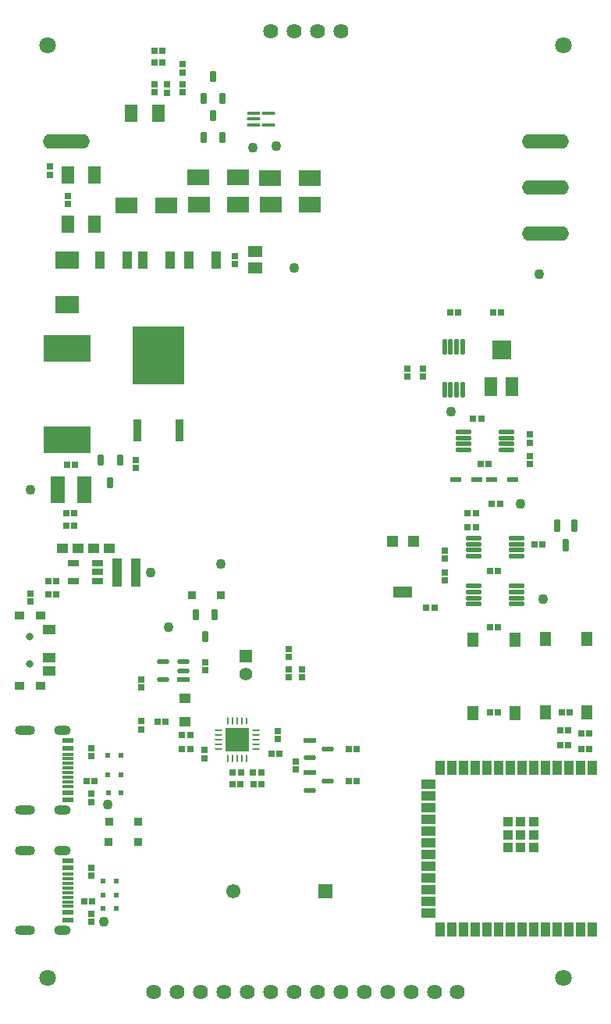
<source format=gts>
G04*
G04 #@! TF.GenerationSoftware,Altium Limited,Altium Designer,25.4.2 (15)*
G04*
G04 Layer_Color=8388736*
%FSLAX44Y44*%
%MOMM*%
G71*
G04*
G04 #@! TF.SameCoordinates,6A8DEE2E-71F6-4429-A04B-94C45BF31DEA*
G04*
G04*
G04 #@! TF.FilePolarity,Negative*
G04*
G01*
G75*
%ADD24R,1.3000X1.5500*%
%ADD27R,1.3383X0.5780*%
G04:AMPARAMS|DCode=28|XSize=1.3383mm|YSize=0.578mm|CornerRadius=0.289mm|HoleSize=0mm|Usage=FLASHONLY|Rotation=180.000|XOffset=0mm|YOffset=0mm|HoleType=Round|Shape=RoundedRectangle|*
%AMROUNDEDRECTD28*
21,1,1.3383,0.0000,0,0,180.0*
21,1,0.7603,0.5780,0,0,180.0*
1,1,0.5780,-0.3802,0.0000*
1,1,0.5780,0.3802,0.0000*
1,1,0.5780,0.3802,0.0000*
1,1,0.5780,-0.3802,0.0000*
%
%ADD28ROUNDEDRECTD28*%
%ADD31R,0.2500X0.8000*%
G04:AMPARAMS|DCode=32|XSize=0.8mm|YSize=0.25mm|CornerRadius=0.125mm|HoleSize=0mm|Usage=FLASHONLY|Rotation=270.000|XOffset=0mm|YOffset=0mm|HoleType=Round|Shape=RoundedRectangle|*
%AMROUNDEDRECTD32*
21,1,0.8000,0.0000,0,0,270.0*
21,1,0.5500,0.2500,0,0,270.0*
1,1,0.2500,0.0000,-0.2750*
1,1,0.2500,0.0000,0.2750*
1,1,0.2500,0.0000,0.2750*
1,1,0.2500,0.0000,-0.2750*
%
%ADD32ROUNDEDRECTD32*%
G04:AMPARAMS|DCode=33|XSize=0.25mm|YSize=0.8mm|CornerRadius=0.125mm|HoleSize=0mm|Usage=FLASHONLY|Rotation=270.000|XOffset=0mm|YOffset=0mm|HoleType=Round|Shape=RoundedRectangle|*
%AMROUNDEDRECTD33*
21,1,0.2500,0.5500,0,0,270.0*
21,1,0.0000,0.8000,0,0,270.0*
1,1,0.2500,-0.2750,0.0000*
1,1,0.2500,-0.2750,0.0000*
1,1,0.2500,0.2750,0.0000*
1,1,0.2500,0.2750,0.0000*
%
%ADD33ROUNDEDRECTD33*%
%ADD34R,2.6000X2.6000*%
%ADD35R,1.2954X1.2954*%
%ADD43R,0.9000X0.9500*%
G04:AMPARAMS|DCode=44|XSize=1.3571mm|YSize=0.5721mm|CornerRadius=0.2861mm|HoleSize=0mm|Usage=FLASHONLY|Rotation=0.000|XOffset=0mm|YOffset=0mm|HoleType=Round|Shape=RoundedRectangle|*
%AMROUNDEDRECTD44*
21,1,1.3571,0.0000,0,0,0.0*
21,1,0.7850,0.5721,0,0,0.0*
1,1,0.5721,0.3925,0.0000*
1,1,0.5721,-0.3925,0.0000*
1,1,0.5721,-0.3925,0.0000*
1,1,0.5721,0.3925,0.0000*
%
%ADD44ROUNDEDRECTD44*%
%ADD45R,1.3571X0.5721*%
%ADD47R,1.2500X1.1000*%
%ADD52R,0.9398X2.4892*%
%ADD53R,5.5626X6.2992*%
G04:AMPARAMS|DCode=57|XSize=1.464mm|YSize=0.3758mm|CornerRadius=0.1879mm|HoleSize=0mm|Usage=FLASHONLY|Rotation=0.000|XOffset=0mm|YOffset=0mm|HoleType=Round|Shape=RoundedRectangle|*
%AMROUNDEDRECTD57*
21,1,1.4640,0.0000,0,0,0.0*
21,1,1.0881,0.3758,0,0,0.0*
1,1,0.3758,0.5441,0.0000*
1,1,0.3758,-0.5441,0.0000*
1,1,0.3758,-0.5441,0.0000*
1,1,0.3758,0.5441,0.0000*
%
%ADD57ROUNDEDRECTD57*%
%ADD58R,1.4640X0.3758*%
%ADD61R,1.1500X0.6000*%
%ADD62R,1.1500X0.3000*%
%ADD63R,0.6416X0.7016*%
%ADD64R,1.0016X1.6016*%
%ADD65R,1.0016X1.0016*%
%ADD66R,1.6016X1.0016*%
%ADD67R,1.3516X1.0016*%
%ADD68R,1.0316X0.9016*%
%ADD69R,0.7016X0.7416*%
%ADD70R,0.7416X0.7016*%
G04:AMPARAMS|DCode=71|XSize=0.5516mm|YSize=1.6516mm|CornerRadius=0.1003mm|HoleSize=0mm|Usage=FLASHONLY|Rotation=0.000|XOffset=0mm|YOffset=0mm|HoleType=Round|Shape=RoundedRectangle|*
%AMROUNDEDRECTD71*
21,1,0.5516,1.4510,0,0,0.0*
21,1,0.3510,1.6516,0,0,0.0*
1,1,0.2006,0.1755,-0.7255*
1,1,0.2006,-0.1755,-0.7255*
1,1,0.2006,-0.1755,0.7255*
1,1,0.2006,0.1755,0.7255*
%
%ADD71ROUNDEDRECTD71*%
%ADD72R,1.2016X1.1016*%
%ADD73R,5.1016X3.0016*%
%ADD74R,2.0066X1.2954*%
%ADD75C,1.1016*%
%ADD76R,1.4016X2.1016*%
%ADD77R,2.1016X2.1016*%
G04:AMPARAMS|DCode=78|XSize=0.5516mm|YSize=1.6516mm|CornerRadius=0.1003mm|HoleSize=0mm|Usage=FLASHONLY|Rotation=270.000|XOffset=0mm|YOffset=0mm|HoleType=Round|Shape=RoundedRectangle|*
%AMROUNDEDRECTD78*
21,1,0.5516,1.4510,0,0,270.0*
21,1,0.3510,1.6516,0,0,270.0*
1,1,0.2006,-0.7255,-0.1755*
1,1,0.2006,-0.7255,0.1755*
1,1,0.2006,0.7255,0.1755*
1,1,0.2006,0.7255,-0.1755*
%
%ADD78ROUNDEDRECTD78*%
%ADD79R,0.7016X0.6416*%
%ADD80R,1.2016X0.6016*%
G04:AMPARAMS|DCode=81|XSize=1.3316mm|YSize=0.7016mm|CornerRadius=0.1258mm|HoleSize=0mm|Usage=FLASHONLY|Rotation=270.000|XOffset=0mm|YOffset=0mm|HoleType=Round|Shape=RoundedRectangle|*
%AMROUNDEDRECTD81*
21,1,1.3316,0.4500,0,0,270.0*
21,1,1.0800,0.7016,0,0,270.0*
1,1,0.2516,-0.2250,-0.5400*
1,1,0.2516,-0.2250,0.5400*
1,1,0.2516,0.2250,0.5400*
1,1,0.2516,0.2250,-0.5400*
%
%ADD81ROUNDEDRECTD81*%
G04:AMPARAMS|DCode=82|XSize=0.7516mm|YSize=1.1016mm|CornerRadius=0.1321mm|HoleSize=0mm|Usage=FLASHONLY|Rotation=0.000|XOffset=0mm|YOffset=0mm|HoleType=Round|Shape=RoundedRectangle|*
%AMROUNDEDRECTD82*
21,1,0.7516,0.8375,0,0,0.0*
21,1,0.4875,1.1016,0,0,0.0*
1,1,0.2641,0.2438,-0.4188*
1,1,0.2641,-0.2438,-0.4188*
1,1,0.2641,-0.2438,0.4188*
1,1,0.2641,0.2438,0.4188*
%
%ADD82ROUNDEDRECTD82*%
%ADD83R,1.1016X3.1016*%
%ADD84R,1.3016X0.7016*%
%ADD85R,1.5516X2.9116*%
%ADD86R,1.5716X1.2616*%
%ADD87R,1.0716X1.8316*%
%ADD88R,2.6416X1.9016*%
%ADD89R,1.4016X1.9016*%
%ADD90R,2.4316X1.6516*%
%ADD91R,0.5016X0.5016*%
%ADD92C,0.8016*%
%ADD93O,5.1016X1.6016*%
%ADD94C,1.6256*%
%ADD95C,1.8016*%
%ADD96C,1.5500*%
%ADD97R,1.5500X1.5500*%
%ADD98R,1.4096X1.4096*%
%ADD99C,1.4096*%
G04:AMPARAMS|DCode=100|XSize=1mm|YSize=1.8mm|CornerRadius=0.5mm|HoleSize=0mm|Usage=FLASHONLY|Rotation=270.000|XOffset=0mm|YOffset=0mm|HoleType=Round|Shape=RoundedRectangle|*
%AMROUNDEDRECTD100*
21,1,1.0000,0.8000,0,0,270.0*
21,1,0.0000,1.8000,0,0,270.0*
1,1,1.0000,-0.4000,0.0000*
1,1,1.0000,-0.4000,0.0000*
1,1,1.0000,0.4000,0.0000*
1,1,1.0000,0.4000,0.0000*
%
%ADD100ROUNDEDRECTD100*%
G04:AMPARAMS|DCode=101|XSize=1mm|YSize=2.2mm|CornerRadius=0.5mm|HoleSize=0mm|Usage=FLASHONLY|Rotation=270.000|XOffset=0mm|YOffset=0mm|HoleType=Round|Shape=RoundedRectangle|*
%AMROUNDEDRECTD101*
21,1,1.0000,1.2000,0,0,270.0*
21,1,0.0000,2.2000,0,0,270.0*
1,1,1.0000,-0.6000,0.0000*
1,1,1.0000,-0.6000,0.0000*
1,1,1.0000,0.6000,0.0000*
1,1,1.0000,0.6000,0.0000*
%
%ADD101ROUNDEDRECTD101*%
G36*
X417967Y491000D02*
D01*
D01*
D01*
D01*
D01*
D01*
D01*
D01*
D02*
G37*
G36*
X438033D02*
D01*
D01*
D01*
D01*
D01*
D01*
D01*
D01*
D02*
G37*
D24*
X549500Y411750D02*
D03*
Y332250D02*
D03*
X504500Y411750D02*
D03*
Y332250D02*
D03*
X582500Y333250D02*
D03*
Y412750D02*
D03*
X627500Y333250D02*
D03*
Y412750D02*
D03*
D27*
X190162Y368500D02*
D03*
D28*
Y378000D02*
D03*
Y387500D02*
D03*
X167838D02*
D03*
Y368500D02*
D03*
D31*
X258250Y323250D02*
D03*
D32*
X253250D02*
D03*
X248250D02*
D03*
X243250D02*
D03*
X238250D02*
D03*
Y282750D02*
D03*
X243250D02*
D03*
X248250D02*
D03*
X253250D02*
D03*
X258250D02*
D03*
D33*
X228000Y313000D02*
D03*
Y308000D02*
D03*
Y303000D02*
D03*
Y298000D02*
D03*
Y293000D02*
D03*
X268500D02*
D03*
Y298000D02*
D03*
Y303000D02*
D03*
Y308000D02*
D03*
Y313000D02*
D03*
D34*
X248250Y303000D02*
D03*
D35*
X439500Y518500D02*
D03*
X416500D02*
D03*
D43*
X140500Y192000D02*
D03*
X109000D02*
D03*
X140750Y214000D02*
D03*
X109250D02*
D03*
X230750Y460000D02*
D03*
X199250D02*
D03*
D44*
X346506Y293000D02*
D03*
X327495Y283500D02*
D03*
X346506Y258000D02*
D03*
X327495Y248500D02*
D03*
D45*
Y302500D02*
D03*
Y267500D02*
D03*
D47*
X192000Y348000D02*
D03*
Y323000D02*
D03*
D52*
X185860Y638466D02*
D03*
X140140D02*
D03*
D53*
X163000Y720000D02*
D03*
D57*
X282201Y982500D02*
D03*
Y969500D02*
D03*
X265799D02*
D03*
Y976000D02*
D03*
D58*
Y982500D02*
D03*
D61*
X64250Y238000D02*
D03*
Y246000D02*
D03*
Y302000D02*
D03*
Y294000D02*
D03*
Y108000D02*
D03*
Y116000D02*
D03*
Y172000D02*
D03*
Y164000D02*
D03*
D62*
Y252500D02*
D03*
Y282500D02*
D03*
Y287500D02*
D03*
Y272500D02*
D03*
Y277500D02*
D03*
Y262500D02*
D03*
Y267500D02*
D03*
Y257500D02*
D03*
Y122500D02*
D03*
Y152500D02*
D03*
Y157500D02*
D03*
Y142500D02*
D03*
Y147500D02*
D03*
Y132500D02*
D03*
Y137500D02*
D03*
Y127500D02*
D03*
D63*
X570680Y515000D02*
D03*
X579320D02*
D03*
X72320Y601000D02*
D03*
X63680D02*
D03*
X524680Y559000D02*
D03*
X533320D02*
D03*
X599000Y313000D02*
D03*
X607640D02*
D03*
X91320Y128000D02*
D03*
X82680D02*
D03*
X294320Y288000D02*
D03*
X285680D02*
D03*
X378320Y293000D02*
D03*
X369680D02*
D03*
X378320Y258000D02*
D03*
X369680D02*
D03*
X274320Y268000D02*
D03*
X265680D02*
D03*
X266000Y255000D02*
D03*
X274640D02*
D03*
X197320Y293000D02*
D03*
X188680D02*
D03*
X197320Y308000D02*
D03*
X188680D02*
D03*
X170320Y323000D02*
D03*
X161680D02*
D03*
X52320Y461000D02*
D03*
X43680D02*
D03*
Y475000D02*
D03*
X52320D02*
D03*
X93640Y258000D02*
D03*
X85000D02*
D03*
X525680Y766000D02*
D03*
X534320D02*
D03*
D64*
X468100Y272500D02*
D03*
X480800D02*
D03*
X633200Y97500D02*
D03*
X620500D02*
D03*
X607800D02*
D03*
X595100D02*
D03*
X582400D02*
D03*
X569700D02*
D03*
X557000D02*
D03*
X544300D02*
D03*
X531600D02*
D03*
X518900D02*
D03*
X506200D02*
D03*
X493500D02*
D03*
X480800D02*
D03*
X468100D02*
D03*
X493500Y272500D02*
D03*
X506200D02*
D03*
X518900D02*
D03*
X531600D02*
D03*
X544300D02*
D03*
X557000D02*
D03*
X569700D02*
D03*
X582400D02*
D03*
X595100D02*
D03*
X607800D02*
D03*
X620500D02*
D03*
X633200D02*
D03*
D65*
X570000Y186000D02*
D03*
X556000D02*
D03*
X542000D02*
D03*
Y200000D02*
D03*
Y214000D02*
D03*
X556000D02*
D03*
X570000D02*
D03*
Y200000D02*
D03*
X556000D02*
D03*
D66*
X455600Y115150D02*
D03*
Y127850D02*
D03*
Y140550D02*
D03*
Y153250D02*
D03*
Y165950D02*
D03*
Y178650D02*
D03*
Y191350D02*
D03*
Y204050D02*
D03*
Y216750D02*
D03*
Y229450D02*
D03*
Y242150D02*
D03*
Y254850D02*
D03*
D67*
X44050Y422500D02*
D03*
Y392500D02*
D03*
Y377500D02*
D03*
D68*
X34650Y438000D02*
D03*
Y362000D02*
D03*
X11950Y438000D02*
D03*
Y362000D02*
D03*
D69*
X531450Y486410D02*
D03*
X522650D02*
D03*
X531450Y425450D02*
D03*
X522650D02*
D03*
X498520Y548640D02*
D03*
X507320D02*
D03*
X498520Y533400D02*
D03*
X507320D02*
D03*
X512490Y601980D02*
D03*
X521290D02*
D03*
X504280Y651510D02*
D03*
X513080D02*
D03*
X630510Y310134D02*
D03*
X621710D02*
D03*
X621600Y293000D02*
D03*
X630400D02*
D03*
X531400Y333000D02*
D03*
X522600D02*
D03*
X600600D02*
D03*
X609400D02*
D03*
X607650Y297688D02*
D03*
X598850D02*
D03*
X252400Y268000D02*
D03*
X243600D02*
D03*
X243200Y255000D02*
D03*
X252000D02*
D03*
X479600Y766000D02*
D03*
X488400D02*
D03*
X453600Y446000D02*
D03*
X462400D02*
D03*
X167400Y1050000D02*
D03*
X158600D02*
D03*
Y1037000D02*
D03*
X167400D02*
D03*
X62600Y535000D02*
D03*
X71400D02*
D03*
Y549000D02*
D03*
X62600D02*
D03*
D70*
X449580Y696640D02*
D03*
Y705440D02*
D03*
X433070Y696640D02*
D03*
Y705440D02*
D03*
X90000Y244400D02*
D03*
Y235600D02*
D03*
X292000Y304000D02*
D03*
Y312800D02*
D03*
X213000Y291800D02*
D03*
Y283000D02*
D03*
X90000Y105600D02*
D03*
Y114400D02*
D03*
X566000Y634000D02*
D03*
Y625200D02*
D03*
X144000Y314600D02*
D03*
Y323400D02*
D03*
X214000Y387400D02*
D03*
Y378600D02*
D03*
X319000Y370600D02*
D03*
Y379400D02*
D03*
X172000Y1013400D02*
D03*
Y1004600D02*
D03*
D71*
X473250Y682750D02*
D03*
X479750D02*
D03*
X486250D02*
D03*
X492750D02*
D03*
X473250Y729250D02*
D03*
X479750D02*
D03*
X486250D02*
D03*
X492750D02*
D03*
D72*
X58500Y511000D02*
D03*
X75500D02*
D03*
X92500D02*
D03*
X109500D02*
D03*
D73*
X64000Y727000D02*
D03*
Y628000D02*
D03*
D74*
X428000Y463500D02*
D03*
D75*
X576000Y808000D02*
D03*
X480000Y659000D02*
D03*
X556000Y559000D02*
D03*
X580000Y456000D02*
D03*
X104000Y106000D02*
D03*
X108000Y233000D02*
D03*
X174000Y425000D02*
D03*
X231000Y494000D02*
D03*
X154000Y484000D02*
D03*
X24000Y574000D02*
D03*
X310000Y815000D02*
D03*
X291000Y947000D02*
D03*
X265000Y945000D02*
D03*
D76*
X546500Y686000D02*
D03*
X523500D02*
D03*
D77*
X535000Y726000D02*
D03*
D78*
X540250Y617250D02*
D03*
Y623750D02*
D03*
Y630250D02*
D03*
Y636750D02*
D03*
X493750Y617250D02*
D03*
Y623750D02*
D03*
Y630250D02*
D03*
Y636750D02*
D03*
X504750Y521750D02*
D03*
Y515250D02*
D03*
Y508750D02*
D03*
Y502250D02*
D03*
X551250Y521750D02*
D03*
Y515250D02*
D03*
Y508750D02*
D03*
Y502250D02*
D03*
X504750Y469750D02*
D03*
Y463250D02*
D03*
Y456750D02*
D03*
Y450250D02*
D03*
X551250Y469750D02*
D03*
Y463250D02*
D03*
Y456750D02*
D03*
Y450250D02*
D03*
D79*
X566000Y601680D02*
D03*
Y610320D02*
D03*
X474000Y499680D02*
D03*
Y508320D02*
D03*
Y475680D02*
D03*
Y484320D02*
D03*
X90000Y155680D02*
D03*
Y164320D02*
D03*
X312166Y271014D02*
D03*
Y279654D02*
D03*
X304000Y392680D02*
D03*
Y401320D02*
D03*
Y379320D02*
D03*
Y370680D02*
D03*
X144000Y368320D02*
D03*
Y359680D02*
D03*
X24000Y461640D02*
D03*
Y453000D02*
D03*
X138000Y598000D02*
D03*
Y606640D02*
D03*
X246000Y827320D02*
D03*
Y818680D02*
D03*
X65000Y892320D02*
D03*
Y883680D02*
D03*
X45000Y924320D02*
D03*
Y915680D02*
D03*
X159000Y1004680D02*
D03*
Y1013320D02*
D03*
X189000D02*
D03*
Y1004680D02*
D03*
Y1035320D02*
D03*
Y1026680D02*
D03*
X90000Y285680D02*
D03*
Y294320D02*
D03*
D80*
X547500Y585000D02*
D03*
X524500D02*
D03*
X508500D02*
D03*
X485500D02*
D03*
D81*
X614500Y535600D02*
D03*
X595500D02*
D03*
X605000Y514400D02*
D03*
D82*
X214000Y415000D02*
D03*
X203800Y439000D02*
D03*
X224200D02*
D03*
X221800Y1022000D02*
D03*
X232000Y998000D02*
D03*
X211600D02*
D03*
X221800Y980000D02*
D03*
X232000Y956000D02*
D03*
X211600D02*
D03*
X121000Y606000D02*
D03*
X100600D02*
D03*
X110800Y582000D02*
D03*
D83*
X138000Y484000D02*
D03*
X118000D02*
D03*
D84*
X71000Y475500D02*
D03*
Y494500D02*
D03*
X97000D02*
D03*
Y485000D02*
D03*
Y475500D02*
D03*
D85*
X82300Y574000D02*
D03*
X53700D02*
D03*
D86*
X268000Y832000D02*
D03*
Y814400D02*
D03*
D87*
X225800Y823000D02*
D03*
X196200D02*
D03*
X175800D02*
D03*
X146200D02*
D03*
X128800D02*
D03*
X99200D02*
D03*
D88*
X64000D02*
D03*
Y775000D02*
D03*
D89*
X93500Y862000D02*
D03*
X64500D02*
D03*
X93500Y915000D02*
D03*
X64500D02*
D03*
X162500Y982000D02*
D03*
X133500D02*
D03*
D90*
X128300Y882000D02*
D03*
X171000D02*
D03*
X249350Y883000D02*
D03*
X206650D02*
D03*
X327000Y912000D02*
D03*
X284300D02*
D03*
X284650Y883000D02*
D03*
X327350D02*
D03*
X249000Y913000D02*
D03*
X206300D02*
D03*
D91*
X108000Y265000D02*
D03*
X122000D02*
D03*
X108000Y286000D02*
D03*
X122000D02*
D03*
X122322Y245522D02*
D03*
X108322D02*
D03*
X117000Y120000D02*
D03*
X103000D02*
D03*
X117000Y150000D02*
D03*
X103000D02*
D03*
X117000Y135000D02*
D03*
X103000D02*
D03*
D92*
X23301Y415001D02*
D03*
Y385001D02*
D03*
D93*
X63000Y952000D02*
D03*
X583000Y852000D02*
D03*
Y902000D02*
D03*
Y952000D02*
D03*
D94*
X335400Y29600D02*
D03*
X310000D02*
D03*
X233800D02*
D03*
X259200D02*
D03*
X284600D02*
D03*
X486794D02*
D03*
X462400D02*
D03*
X386200D02*
D03*
X411600D02*
D03*
X437000D02*
D03*
X360800D02*
D03*
X208400D02*
D03*
X183000D02*
D03*
X157600D02*
D03*
X284600Y1071000D02*
D03*
X310000D02*
D03*
X335400D02*
D03*
X360800D02*
D03*
D95*
X42840Y1055600D02*
D03*
X602560D02*
D03*
X42840Y45000D02*
D03*
X602560D02*
D03*
D96*
X244000Y139000D02*
D03*
D97*
X344000D02*
D03*
D98*
X257500Y394000D02*
D03*
D99*
Y374000D02*
D03*
D100*
X58500Y226800D02*
D03*
Y313200D02*
D03*
Y96800D02*
D03*
Y183200D02*
D03*
D101*
X18500Y226800D02*
D03*
Y313200D02*
D03*
Y96800D02*
D03*
Y183200D02*
D03*
M02*

</source>
